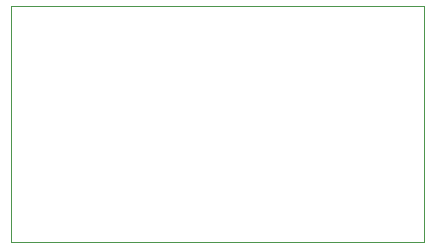
<source format=gbr>
G04 #@! TF.FileFunction,Profile,NP*
%FSLAX46Y46*%
G04 Gerber Fmt 4.6, Leading zero omitted, Abs format (unit mm)*
G04 Created by KiCad (PCBNEW 0.201501310101+5397~21~ubuntu14.10.1-product) date Sunday 01 February 2015 07:02:43 PM IST*
%MOMM*%
G01*
G04 APERTURE LIST*
%ADD10C,0.100000*%
G04 APERTURE END LIST*
D10*
X29500000Y-44500000D02*
X29500000Y-24500000D01*
X64500000Y-44500000D02*
X29500000Y-44500000D01*
X64500000Y-24500000D02*
X64500000Y-44500000D01*
X29500000Y-24500000D02*
X64500000Y-24500000D01*
M02*

</source>
